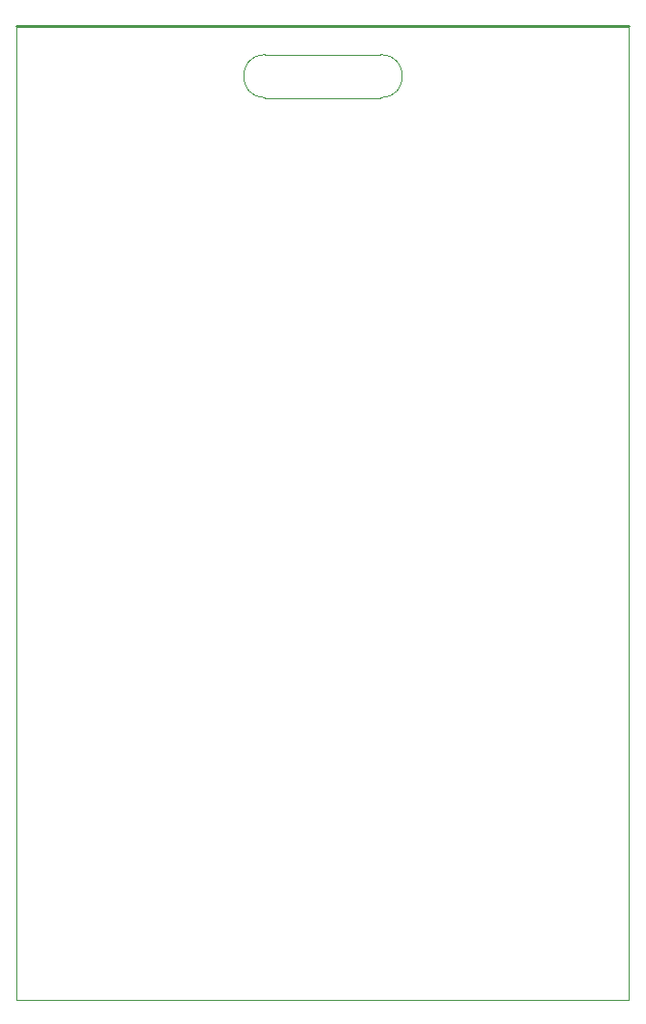
<source format=gbr>
%TF.GenerationSoftware,KiCad,Pcbnew,7.0.6*%
%TF.CreationDate,2024-05-29T23:10:09-05:00*%
%TF.ProjectId,My_kikad,4d795f6b-696b-4616-942e-6b696361645f,V01*%
%TF.SameCoordinates,Original*%
%TF.FileFunction,Profile,NP*%
%FSLAX46Y46*%
G04 Gerber Fmt 4.6, Leading zero omitted, Abs format (unit mm)*
G04 Created by KiCad (PCBNEW 7.0.6) date 2024-05-29 23:10:09*
%MOMM*%
%LPD*%
G01*
G04 APERTURE LIST*
%TA.AperFunction,Profile*%
%ADD10C,0.025400*%
%TD*%
%TA.AperFunction,Profile*%
%ADD11C,0.254000*%
%TD*%
G04 APERTURE END LIST*
D10*
X180848000Y-41402000D02*
X180848000Y-127000000D01*
D11*
X180848000Y-41402000D02*
X127000000Y-41402000D01*
D10*
X148844000Y-43942000D02*
G75*
G03*
X148844000Y-47752000I0J-1905000D01*
G01*
X180848000Y-127000000D02*
X127000000Y-127000000D01*
X127000000Y-127000000D02*
X127000000Y-41402000D01*
X148844000Y-47752000D02*
X159004000Y-47752000D01*
X159004000Y-47752000D02*
G75*
G03*
X159004000Y-43942000I0J1905000D01*
G01*
X148844000Y-43942000D02*
X159004000Y-43942000D01*
M02*

</source>
